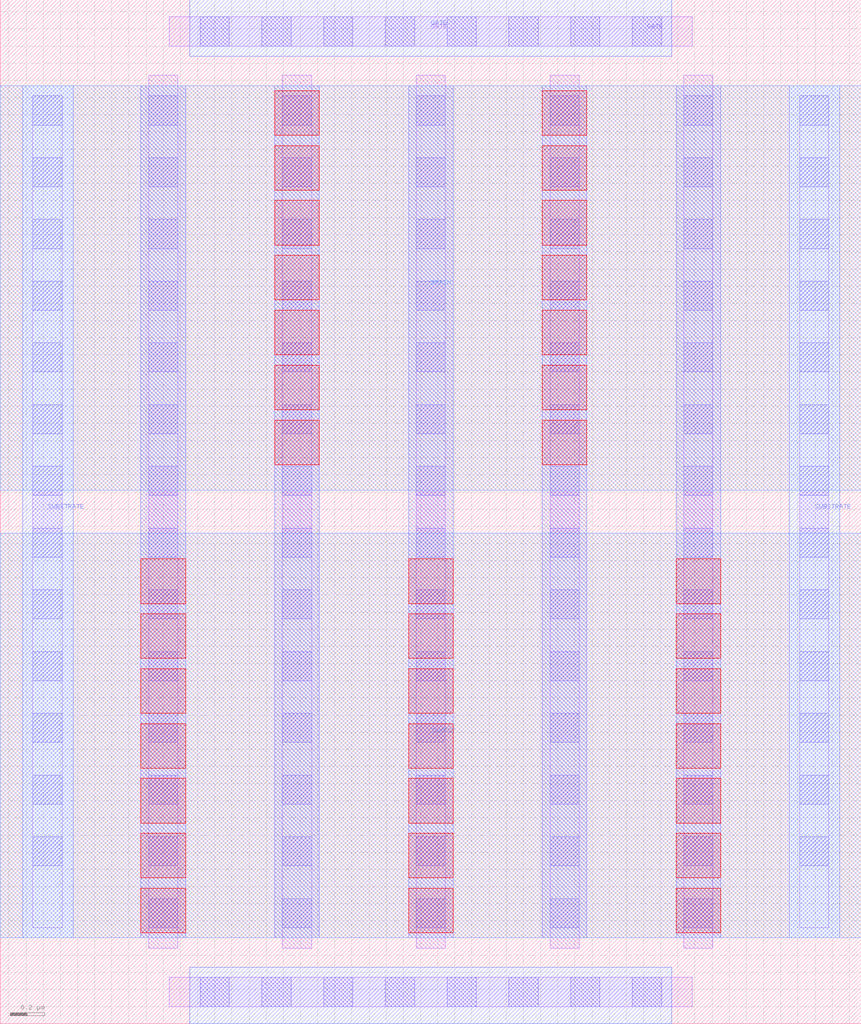
<source format=lef>
# Copyright 2020 The SkyWater PDK Authors
#
# Licensed under the Apache License, Version 2.0 (the "License");
# you may not use this file except in compliance with the License.
# You may obtain a copy of the License at
#
#     https://www.apache.org/licenses/LICENSE-2.0
#
# Unless required by applicable law or agreed to in writing, software
# distributed under the License is distributed on an "AS IS" BASIS,
# WITHOUT WARRANTIES OR CONDITIONS OF ANY KIND, either express or implied.
# See the License for the specific language governing permissions and
# limitations under the License.
#
# SPDX-License-Identifier: Apache-2.0

VERSION 5.7 ;
  NOWIREEXTENSIONATPIN ON ;
  DIVIDERCHAR "/" ;
  BUSBITCHARS "[]" ;
MACRO sky130_fd_pr__rf_nfet_g5v0d10v5_aM04W5p00L0p50
  CLASS BLOCK ;
  FOREIGN sky130_fd_pr__rf_nfet_g5v0d10v5_aM04W5p00L0p50 ;
  ORIGIN -0.050000  0.000000 ;
  SIZE  5.020000 BY  5.970000 ;
  PIN DRAIN
    ANTENNADIFFAREA  2.828000 ;
    PORT
      LAYER met2 ;
        RECT 0.050000 3.110000 5.070000 5.470000 ;
    END
  END DRAIN
  PIN GATE
    ANTENNAGATEAREA  10.099999 ;
    PORT
      LAYER li1 ;
        RECT 1.035000 0.100000 4.085000 0.270000 ;
        RECT 1.035000 5.700000 4.085000 5.870000 ;
      LAYER mcon ;
        RECT 1.215000 0.100000 1.385000 0.270000 ;
        RECT 1.215000 5.700000 1.385000 5.870000 ;
        RECT 1.575000 0.100000 1.745000 0.270000 ;
        RECT 1.575000 5.700000 1.745000 5.870000 ;
        RECT 1.935000 0.100000 2.105000 0.270000 ;
        RECT 1.935000 5.700000 2.105000 5.870000 ;
        RECT 2.295000 0.100000 2.465000 0.270000 ;
        RECT 2.295000 5.700000 2.465000 5.870000 ;
        RECT 2.655000 0.100000 2.825000 0.270000 ;
        RECT 2.655000 5.700000 2.825000 5.870000 ;
        RECT 3.015000 0.100000 3.185000 0.270000 ;
        RECT 3.015000 5.700000 3.185000 5.870000 ;
        RECT 3.375000 0.100000 3.545000 0.270000 ;
        RECT 3.375000 5.700000 3.545000 5.870000 ;
        RECT 3.735000 0.100000 3.905000 0.270000 ;
        RECT 3.735000 5.700000 3.905000 5.870000 ;
    END
    PORT
      LAYER met1 ;
        RECT 1.155000 0.000000 3.965000 0.330000 ;
        RECT 1.155000 5.640000 3.965000 5.970000 ;
    END
  END GATE
  PIN SOURCE
    ANTENNADIFFAREA  4.242000 ;
    PORT
      LAYER met2 ;
        RECT 0.050000 0.500000 5.070000 2.860000 ;
    END
  END SOURCE
  PIN SUBSTRATE
    ANTENNADIFFAREA  1.464500 ;
    PORT
      LAYER met1 ;
        RECT 0.180000 0.500000 0.475000 5.470000 ;
    END
    PORT
      LAYER met1 ;
        RECT 4.650000 0.500000 4.945000 5.470000 ;
    END
  END SUBSTRATE
  OBS
    LAYER li1 ;
      RECT 0.240000 0.560000 0.410000 5.410000 ;
      RECT 0.915000 0.440000 1.085000 5.530000 ;
      RECT 1.695000 0.440000 1.865000 5.530000 ;
      RECT 2.475000 0.440000 2.645000 5.530000 ;
      RECT 3.255000 0.440000 3.425000 5.530000 ;
      RECT 4.035000 0.440000 4.205000 5.530000 ;
      RECT 4.710000 0.560000 4.880000 5.410000 ;
    LAYER mcon ;
      RECT 0.240000 0.920000 0.410000 1.090000 ;
      RECT 0.240000 1.280000 0.410000 1.450000 ;
      RECT 0.240000 1.640000 0.410000 1.810000 ;
      RECT 0.240000 2.000000 0.410000 2.170000 ;
      RECT 0.240000 2.360000 0.410000 2.530000 ;
      RECT 0.240000 2.720000 0.410000 2.890000 ;
      RECT 0.240000 3.080000 0.410000 3.250000 ;
      RECT 0.240000 3.440000 0.410000 3.610000 ;
      RECT 0.240000 3.800000 0.410000 3.970000 ;
      RECT 0.240000 4.160000 0.410000 4.330000 ;
      RECT 0.240000 4.520000 0.410000 4.690000 ;
      RECT 0.240000 4.880000 0.410000 5.050000 ;
      RECT 0.240000 5.240000 0.410000 5.410000 ;
      RECT 0.915000 0.560000 1.085000 0.730000 ;
      RECT 0.915000 0.920000 1.085000 1.090000 ;
      RECT 0.915000 1.280000 1.085000 1.450000 ;
      RECT 0.915000 1.640000 1.085000 1.810000 ;
      RECT 0.915000 2.000000 1.085000 2.170000 ;
      RECT 0.915000 2.360000 1.085000 2.530000 ;
      RECT 0.915000 2.720000 1.085000 2.890000 ;
      RECT 0.915000 3.080000 1.085000 3.250000 ;
      RECT 0.915000 3.440000 1.085000 3.610000 ;
      RECT 0.915000 3.800000 1.085000 3.970000 ;
      RECT 0.915000 4.160000 1.085000 4.330000 ;
      RECT 0.915000 4.520000 1.085000 4.690000 ;
      RECT 0.915000 4.880000 1.085000 5.050000 ;
      RECT 0.915000 5.240000 1.085000 5.410000 ;
      RECT 1.695000 0.560000 1.865000 0.730000 ;
      RECT 1.695000 0.920000 1.865000 1.090000 ;
      RECT 1.695000 1.280000 1.865000 1.450000 ;
      RECT 1.695000 1.640000 1.865000 1.810000 ;
      RECT 1.695000 2.000000 1.865000 2.170000 ;
      RECT 1.695000 2.360000 1.865000 2.530000 ;
      RECT 1.695000 2.720000 1.865000 2.890000 ;
      RECT 1.695000 3.080000 1.865000 3.250000 ;
      RECT 1.695000 3.440000 1.865000 3.610000 ;
      RECT 1.695000 3.800000 1.865000 3.970000 ;
      RECT 1.695000 4.160000 1.865000 4.330000 ;
      RECT 1.695000 4.520000 1.865000 4.690000 ;
      RECT 1.695000 4.880000 1.865000 5.050000 ;
      RECT 1.695000 5.240000 1.865000 5.410000 ;
      RECT 2.475000 0.560000 2.645000 0.730000 ;
      RECT 2.475000 0.920000 2.645000 1.090000 ;
      RECT 2.475000 1.280000 2.645000 1.450000 ;
      RECT 2.475000 1.640000 2.645000 1.810000 ;
      RECT 2.475000 2.000000 2.645000 2.170000 ;
      RECT 2.475000 2.360000 2.645000 2.530000 ;
      RECT 2.475000 2.720000 2.645000 2.890000 ;
      RECT 2.475000 3.080000 2.645000 3.250000 ;
      RECT 2.475000 3.440000 2.645000 3.610000 ;
      RECT 2.475000 3.800000 2.645000 3.970000 ;
      RECT 2.475000 4.160000 2.645000 4.330000 ;
      RECT 2.475000 4.520000 2.645000 4.690000 ;
      RECT 2.475000 4.880000 2.645000 5.050000 ;
      RECT 2.475000 5.240000 2.645000 5.410000 ;
      RECT 3.255000 0.560000 3.425000 0.730000 ;
      RECT 3.255000 0.920000 3.425000 1.090000 ;
      RECT 3.255000 1.280000 3.425000 1.450000 ;
      RECT 3.255000 1.640000 3.425000 1.810000 ;
      RECT 3.255000 2.000000 3.425000 2.170000 ;
      RECT 3.255000 2.360000 3.425000 2.530000 ;
      RECT 3.255000 2.720000 3.425000 2.890000 ;
      RECT 3.255000 3.080000 3.425000 3.250000 ;
      RECT 3.255000 3.440000 3.425000 3.610000 ;
      RECT 3.255000 3.800000 3.425000 3.970000 ;
      RECT 3.255000 4.160000 3.425000 4.330000 ;
      RECT 3.255000 4.520000 3.425000 4.690000 ;
      RECT 3.255000 4.880000 3.425000 5.050000 ;
      RECT 3.255000 5.240000 3.425000 5.410000 ;
      RECT 4.035000 0.560000 4.205000 0.730000 ;
      RECT 4.035000 0.920000 4.205000 1.090000 ;
      RECT 4.035000 1.280000 4.205000 1.450000 ;
      RECT 4.035000 1.640000 4.205000 1.810000 ;
      RECT 4.035000 2.000000 4.205000 2.170000 ;
      RECT 4.035000 2.360000 4.205000 2.530000 ;
      RECT 4.035000 2.720000 4.205000 2.890000 ;
      RECT 4.035000 3.080000 4.205000 3.250000 ;
      RECT 4.035000 3.440000 4.205000 3.610000 ;
      RECT 4.035000 3.800000 4.205000 3.970000 ;
      RECT 4.035000 4.160000 4.205000 4.330000 ;
      RECT 4.035000 4.520000 4.205000 4.690000 ;
      RECT 4.035000 4.880000 4.205000 5.050000 ;
      RECT 4.035000 5.240000 4.205000 5.410000 ;
      RECT 4.710000 0.920000 4.880000 1.090000 ;
      RECT 4.710000 1.280000 4.880000 1.450000 ;
      RECT 4.710000 1.640000 4.880000 1.810000 ;
      RECT 4.710000 2.000000 4.880000 2.170000 ;
      RECT 4.710000 2.360000 4.880000 2.530000 ;
      RECT 4.710000 2.720000 4.880000 2.890000 ;
      RECT 4.710000 3.080000 4.880000 3.250000 ;
      RECT 4.710000 3.440000 4.880000 3.610000 ;
      RECT 4.710000 3.800000 4.880000 3.970000 ;
      RECT 4.710000 4.160000 4.880000 4.330000 ;
      RECT 4.710000 4.520000 4.880000 4.690000 ;
      RECT 4.710000 4.880000 4.880000 5.050000 ;
      RECT 4.710000 5.240000 4.880000 5.410000 ;
    LAYER met1 ;
      RECT 0.870000 0.500000 1.130000 5.470000 ;
      RECT 1.650000 0.500000 1.910000 5.470000 ;
      RECT 2.430000 0.500000 2.690000 5.470000 ;
      RECT 3.210000 0.500000 3.470000 5.470000 ;
      RECT 3.990000 0.500000 4.250000 5.470000 ;
    LAYER via ;
      RECT 0.870000 0.530000 1.130000 0.790000 ;
      RECT 0.870000 0.850000 1.130000 1.110000 ;
      RECT 0.870000 1.170000 1.130000 1.430000 ;
      RECT 0.870000 1.490000 1.130000 1.750000 ;
      RECT 0.870000 1.810000 1.130000 2.070000 ;
      RECT 0.870000 2.130000 1.130000 2.390000 ;
      RECT 0.870000 2.450000 1.130000 2.710000 ;
      RECT 1.650000 3.260000 1.910000 3.520000 ;
      RECT 1.650000 3.580000 1.910000 3.840000 ;
      RECT 1.650000 3.900000 1.910000 4.160000 ;
      RECT 1.650000 4.220000 1.910000 4.480000 ;
      RECT 1.650000 4.540000 1.910000 4.800000 ;
      RECT 1.650000 4.860000 1.910000 5.120000 ;
      RECT 1.650000 5.180000 1.910000 5.440000 ;
      RECT 2.430000 0.530000 2.690000 0.790000 ;
      RECT 2.430000 0.850000 2.690000 1.110000 ;
      RECT 2.430000 1.170000 2.690000 1.430000 ;
      RECT 2.430000 1.490000 2.690000 1.750000 ;
      RECT 2.430000 1.810000 2.690000 2.070000 ;
      RECT 2.430000 2.130000 2.690000 2.390000 ;
      RECT 2.430000 2.450000 2.690000 2.710000 ;
      RECT 3.210000 3.260000 3.470000 3.520000 ;
      RECT 3.210000 3.580000 3.470000 3.840000 ;
      RECT 3.210000 3.900000 3.470000 4.160000 ;
      RECT 3.210000 4.220000 3.470000 4.480000 ;
      RECT 3.210000 4.540000 3.470000 4.800000 ;
      RECT 3.210000 4.860000 3.470000 5.120000 ;
      RECT 3.210000 5.180000 3.470000 5.440000 ;
      RECT 3.990000 0.530000 4.250000 0.790000 ;
      RECT 3.990000 0.850000 4.250000 1.110000 ;
      RECT 3.990000 1.170000 4.250000 1.430000 ;
      RECT 3.990000 1.490000 4.250000 1.750000 ;
      RECT 3.990000 1.810000 4.250000 2.070000 ;
      RECT 3.990000 2.130000 4.250000 2.390000 ;
      RECT 3.990000 2.450000 4.250000 2.710000 ;
  END
END sky130_fd_pr__rf_nfet_g5v0d10v5_aM04W5p00L0p50
END LIBRARY

</source>
